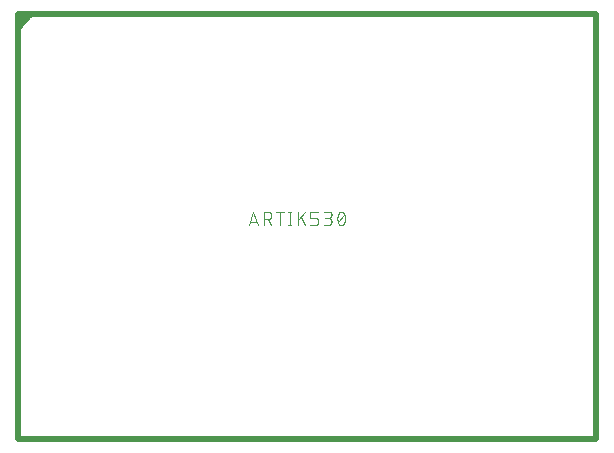
<source format=gto>
G04 EAGLE Gerber X2 export*
%TF.Part,Single*%
%TF.FileFunction,Other,Silk screen TOP*%
%TF.FilePolarity,Positive*%
%TF.GenerationSoftware,Autodesk,EAGLE,9.0.0*%
%TF.CreationDate,2018-09-12T04:39:06Z*%
G75*
%MOMM*%
%FSLAX34Y34*%
%LPD*%
%AMOC8*
5,1,8,0,0,1.08239X$1,22.5*%
G01*
%ADD10C,0.000000*%
%ADD11C,0.508000*%
%ADD12C,0.101600*%
%ADD13C,0.127000*%


D10*
X0Y0D02*
X490000Y0D01*
X490000Y360000D01*
X0Y360000D01*
X0Y0D01*
D11*
X490000Y0D01*
X490000Y360000D01*
X0Y360000D01*
X0Y0D01*
D12*
X195808Y181008D02*
X199703Y192692D01*
X203597Y181008D01*
X202624Y183929D02*
X196782Y183929D01*
X208342Y181008D02*
X208342Y192692D01*
X211587Y192692D01*
X211700Y192690D01*
X211813Y192684D01*
X211926Y192674D01*
X212039Y192660D01*
X212151Y192643D01*
X212262Y192621D01*
X212372Y192596D01*
X212482Y192566D01*
X212590Y192533D01*
X212697Y192496D01*
X212803Y192456D01*
X212907Y192411D01*
X213010Y192363D01*
X213111Y192312D01*
X213210Y192257D01*
X213307Y192199D01*
X213402Y192137D01*
X213495Y192072D01*
X213585Y192004D01*
X213673Y191933D01*
X213759Y191858D01*
X213842Y191781D01*
X213922Y191701D01*
X213999Y191618D01*
X214074Y191532D01*
X214145Y191444D01*
X214213Y191354D01*
X214278Y191261D01*
X214340Y191166D01*
X214398Y191069D01*
X214453Y190970D01*
X214504Y190869D01*
X214552Y190766D01*
X214597Y190662D01*
X214637Y190556D01*
X214674Y190449D01*
X214707Y190341D01*
X214737Y190231D01*
X214762Y190121D01*
X214784Y190010D01*
X214801Y189898D01*
X214815Y189785D01*
X214825Y189672D01*
X214831Y189559D01*
X214833Y189446D01*
X214831Y189333D01*
X214825Y189220D01*
X214815Y189107D01*
X214801Y188994D01*
X214784Y188882D01*
X214762Y188771D01*
X214737Y188661D01*
X214707Y188551D01*
X214674Y188443D01*
X214637Y188336D01*
X214597Y188230D01*
X214552Y188126D01*
X214504Y188023D01*
X214453Y187922D01*
X214398Y187823D01*
X214340Y187726D01*
X214278Y187631D01*
X214213Y187538D01*
X214145Y187448D01*
X214074Y187360D01*
X213999Y187274D01*
X213922Y187191D01*
X213842Y187111D01*
X213759Y187034D01*
X213673Y186959D01*
X213585Y186888D01*
X213495Y186820D01*
X213402Y186755D01*
X213307Y186693D01*
X213210Y186635D01*
X213111Y186580D01*
X213010Y186529D01*
X212907Y186481D01*
X212803Y186436D01*
X212697Y186396D01*
X212590Y186359D01*
X212482Y186326D01*
X212372Y186296D01*
X212262Y186271D01*
X212151Y186249D01*
X212039Y186232D01*
X211926Y186218D01*
X211813Y186208D01*
X211700Y186202D01*
X211587Y186200D01*
X211587Y186201D02*
X208342Y186201D01*
X212236Y186201D02*
X214833Y181008D01*
X222182Y181008D02*
X222182Y192692D01*
X225427Y192692D02*
X218936Y192692D01*
X230564Y192692D02*
X230564Y181008D01*
X231862Y181008D02*
X229265Y181008D01*
X229265Y192692D02*
X231862Y192692D01*
X237012Y192692D02*
X237012Y181008D01*
X237012Y185552D02*
X243503Y192692D01*
X239609Y188148D02*
X243503Y181008D01*
X247892Y181008D02*
X251787Y181008D01*
X251886Y181010D01*
X251986Y181016D01*
X252085Y181025D01*
X252183Y181038D01*
X252281Y181055D01*
X252379Y181076D01*
X252475Y181101D01*
X252570Y181129D01*
X252664Y181161D01*
X252757Y181196D01*
X252849Y181235D01*
X252939Y181278D01*
X253027Y181323D01*
X253114Y181373D01*
X253198Y181425D01*
X253281Y181481D01*
X253361Y181539D01*
X253439Y181601D01*
X253514Y181666D01*
X253587Y181734D01*
X253657Y181804D01*
X253725Y181877D01*
X253790Y181952D01*
X253852Y182030D01*
X253910Y182110D01*
X253966Y182193D01*
X254018Y182277D01*
X254068Y182364D01*
X254113Y182452D01*
X254156Y182542D01*
X254195Y182634D01*
X254230Y182727D01*
X254262Y182821D01*
X254290Y182916D01*
X254315Y183012D01*
X254336Y183110D01*
X254353Y183208D01*
X254366Y183306D01*
X254375Y183405D01*
X254381Y183505D01*
X254383Y183604D01*
X254383Y184903D01*
X254381Y185002D01*
X254375Y185102D01*
X254366Y185201D01*
X254353Y185299D01*
X254336Y185397D01*
X254315Y185495D01*
X254290Y185591D01*
X254262Y185686D01*
X254230Y185780D01*
X254195Y185873D01*
X254156Y185965D01*
X254113Y186055D01*
X254068Y186143D01*
X254018Y186230D01*
X253966Y186314D01*
X253910Y186397D01*
X253852Y186477D01*
X253790Y186555D01*
X253725Y186630D01*
X253657Y186703D01*
X253587Y186773D01*
X253514Y186841D01*
X253439Y186906D01*
X253361Y186968D01*
X253281Y187026D01*
X253198Y187082D01*
X253114Y187134D01*
X253027Y187184D01*
X252939Y187229D01*
X252849Y187272D01*
X252757Y187311D01*
X252664Y187346D01*
X252570Y187378D01*
X252475Y187406D01*
X252379Y187431D01*
X252281Y187452D01*
X252183Y187469D01*
X252085Y187482D01*
X251986Y187491D01*
X251886Y187497D01*
X251787Y187499D01*
X247892Y187499D01*
X247892Y192692D01*
X254383Y192692D01*
X259322Y181008D02*
X262568Y181008D01*
X262681Y181010D01*
X262794Y181016D01*
X262907Y181026D01*
X263020Y181040D01*
X263132Y181057D01*
X263243Y181079D01*
X263353Y181104D01*
X263463Y181134D01*
X263571Y181167D01*
X263678Y181204D01*
X263784Y181244D01*
X263888Y181289D01*
X263991Y181337D01*
X264092Y181388D01*
X264191Y181443D01*
X264288Y181501D01*
X264383Y181563D01*
X264476Y181628D01*
X264566Y181696D01*
X264654Y181767D01*
X264740Y181842D01*
X264823Y181919D01*
X264903Y181999D01*
X264980Y182082D01*
X265055Y182168D01*
X265126Y182256D01*
X265194Y182346D01*
X265259Y182439D01*
X265321Y182534D01*
X265379Y182631D01*
X265434Y182730D01*
X265485Y182831D01*
X265533Y182934D01*
X265578Y183038D01*
X265618Y183144D01*
X265655Y183251D01*
X265688Y183359D01*
X265718Y183469D01*
X265743Y183579D01*
X265765Y183690D01*
X265782Y183802D01*
X265796Y183915D01*
X265806Y184028D01*
X265812Y184141D01*
X265814Y184254D01*
X265812Y184367D01*
X265806Y184480D01*
X265796Y184593D01*
X265782Y184706D01*
X265765Y184818D01*
X265743Y184929D01*
X265718Y185039D01*
X265688Y185149D01*
X265655Y185257D01*
X265618Y185364D01*
X265578Y185470D01*
X265533Y185574D01*
X265485Y185677D01*
X265434Y185778D01*
X265379Y185877D01*
X265321Y185974D01*
X265259Y186069D01*
X265194Y186162D01*
X265126Y186252D01*
X265055Y186340D01*
X264980Y186426D01*
X264903Y186509D01*
X264823Y186589D01*
X264740Y186666D01*
X264654Y186741D01*
X264566Y186812D01*
X264476Y186880D01*
X264383Y186945D01*
X264288Y187007D01*
X264191Y187065D01*
X264092Y187120D01*
X263991Y187171D01*
X263888Y187219D01*
X263784Y187264D01*
X263678Y187304D01*
X263571Y187341D01*
X263463Y187374D01*
X263353Y187404D01*
X263243Y187429D01*
X263132Y187451D01*
X263020Y187468D01*
X262907Y187482D01*
X262794Y187492D01*
X262681Y187498D01*
X262568Y187500D01*
X263217Y192692D02*
X259322Y192692D01*
X263217Y192692D02*
X263318Y192690D01*
X263418Y192684D01*
X263518Y192674D01*
X263618Y192661D01*
X263717Y192643D01*
X263816Y192622D01*
X263913Y192597D01*
X264010Y192568D01*
X264105Y192535D01*
X264199Y192499D01*
X264291Y192459D01*
X264382Y192416D01*
X264471Y192369D01*
X264558Y192319D01*
X264644Y192265D01*
X264727Y192208D01*
X264807Y192148D01*
X264886Y192085D01*
X264962Y192018D01*
X265035Y191949D01*
X265105Y191877D01*
X265173Y191803D01*
X265238Y191726D01*
X265299Y191646D01*
X265358Y191564D01*
X265413Y191480D01*
X265465Y191394D01*
X265514Y191306D01*
X265559Y191216D01*
X265601Y191124D01*
X265639Y191031D01*
X265673Y190936D01*
X265704Y190841D01*
X265731Y190744D01*
X265754Y190646D01*
X265774Y190547D01*
X265789Y190447D01*
X265801Y190347D01*
X265809Y190247D01*
X265813Y190146D01*
X265813Y190046D01*
X265809Y189945D01*
X265801Y189845D01*
X265789Y189745D01*
X265774Y189645D01*
X265754Y189546D01*
X265731Y189448D01*
X265704Y189351D01*
X265673Y189256D01*
X265639Y189161D01*
X265601Y189068D01*
X265559Y188976D01*
X265514Y188886D01*
X265465Y188798D01*
X265413Y188712D01*
X265358Y188628D01*
X265299Y188546D01*
X265238Y188466D01*
X265173Y188389D01*
X265105Y188315D01*
X265035Y188243D01*
X264962Y188174D01*
X264886Y188107D01*
X264807Y188044D01*
X264727Y187984D01*
X264644Y187927D01*
X264558Y187873D01*
X264471Y187823D01*
X264382Y187776D01*
X264291Y187733D01*
X264199Y187693D01*
X264105Y187657D01*
X264010Y187624D01*
X263913Y187595D01*
X263816Y187570D01*
X263717Y187549D01*
X263618Y187531D01*
X263518Y187518D01*
X263418Y187508D01*
X263318Y187502D01*
X263217Y187500D01*
X263217Y187499D02*
X260620Y187499D01*
X270752Y186850D02*
X270755Y187080D01*
X270763Y187310D01*
X270777Y187539D01*
X270796Y187768D01*
X270821Y187997D01*
X270851Y188224D01*
X270886Y188452D01*
X270927Y188678D01*
X270973Y188903D01*
X271025Y189127D01*
X271082Y189349D01*
X271144Y189571D01*
X271212Y189790D01*
X271285Y190008D01*
X271363Y190225D01*
X271446Y190439D01*
X271534Y190651D01*
X271627Y190861D01*
X271726Y191069D01*
X271725Y191069D02*
X271758Y191159D01*
X271794Y191248D01*
X271834Y191336D01*
X271878Y191421D01*
X271925Y191505D01*
X271975Y191587D01*
X272029Y191667D01*
X272085Y191744D01*
X272145Y191820D01*
X272208Y191893D01*
X272273Y191963D01*
X272342Y192031D01*
X272413Y192095D01*
X272486Y192157D01*
X272562Y192216D01*
X272640Y192272D01*
X272721Y192325D01*
X272803Y192374D01*
X272887Y192420D01*
X272974Y192463D01*
X273061Y192502D01*
X273151Y192538D01*
X273241Y192570D01*
X273333Y192598D01*
X273426Y192623D01*
X273520Y192644D01*
X273614Y192661D01*
X273709Y192675D01*
X273805Y192684D01*
X273901Y192690D01*
X273997Y192692D01*
X274093Y192690D01*
X274189Y192684D01*
X274285Y192675D01*
X274380Y192661D01*
X274474Y192644D01*
X274568Y192623D01*
X274661Y192598D01*
X274753Y192570D01*
X274843Y192538D01*
X274933Y192502D01*
X275020Y192463D01*
X275107Y192420D01*
X275191Y192374D01*
X275273Y192325D01*
X275354Y192272D01*
X275432Y192216D01*
X275508Y192157D01*
X275581Y192095D01*
X275652Y192031D01*
X275721Y191963D01*
X275786Y191893D01*
X275849Y191820D01*
X275909Y191744D01*
X275965Y191667D01*
X276019Y191587D01*
X276069Y191505D01*
X276116Y191421D01*
X276160Y191336D01*
X276200Y191248D01*
X276236Y191159D01*
X276269Y191069D01*
X276270Y191069D02*
X276369Y190862D01*
X276462Y190652D01*
X276550Y190439D01*
X276633Y190225D01*
X276711Y190009D01*
X276784Y189791D01*
X276852Y189571D01*
X276914Y189350D01*
X276971Y189127D01*
X277023Y188903D01*
X277069Y188678D01*
X277110Y188452D01*
X277145Y188225D01*
X277175Y187997D01*
X277200Y187768D01*
X277219Y187539D01*
X277233Y187310D01*
X277241Y187080D01*
X277244Y186850D01*
X270752Y186850D02*
X270755Y186620D01*
X270763Y186390D01*
X270777Y186161D01*
X270796Y185932D01*
X270821Y185703D01*
X270851Y185475D01*
X270886Y185248D01*
X270927Y185022D01*
X270973Y184797D01*
X271025Y184573D01*
X271082Y184350D01*
X271144Y184129D01*
X271212Y183909D01*
X271285Y183691D01*
X271363Y183475D01*
X271446Y183261D01*
X271534Y183049D01*
X271627Y182838D01*
X271726Y182631D01*
X271725Y182631D02*
X271758Y182541D01*
X271794Y182452D01*
X271835Y182364D01*
X271878Y182279D01*
X271925Y182195D01*
X271975Y182113D01*
X272029Y182033D01*
X272085Y181956D01*
X272145Y181880D01*
X272208Y181807D01*
X272273Y181737D01*
X272342Y181669D01*
X272413Y181605D01*
X272486Y181543D01*
X272562Y181484D01*
X272640Y181428D01*
X272721Y181375D01*
X272803Y181326D01*
X272887Y181280D01*
X272974Y181237D01*
X273061Y181198D01*
X273151Y181162D01*
X273241Y181130D01*
X273333Y181102D01*
X273426Y181077D01*
X273520Y181056D01*
X273614Y181039D01*
X273709Y181025D01*
X273805Y181016D01*
X273901Y181010D01*
X273997Y181008D01*
X276269Y182631D02*
X276368Y182838D01*
X276461Y183049D01*
X276549Y183261D01*
X276632Y183475D01*
X276710Y183691D01*
X276783Y183909D01*
X276851Y184129D01*
X276913Y184350D01*
X276970Y184573D01*
X277022Y184797D01*
X277068Y185022D01*
X277109Y185248D01*
X277144Y185475D01*
X277174Y185703D01*
X277199Y185932D01*
X277218Y186161D01*
X277232Y186390D01*
X277240Y186620D01*
X277243Y186850D01*
X276269Y182631D02*
X276236Y182541D01*
X276200Y182452D01*
X276160Y182364D01*
X276116Y182279D01*
X276069Y182195D01*
X276019Y182113D01*
X275965Y182033D01*
X275909Y181956D01*
X275849Y181880D01*
X275786Y181807D01*
X275721Y181737D01*
X275652Y181669D01*
X275581Y181605D01*
X275508Y181543D01*
X275432Y181484D01*
X275354Y181428D01*
X275273Y181375D01*
X275191Y181326D01*
X275107Y181280D01*
X275020Y181237D01*
X274933Y181198D01*
X274843Y181162D01*
X274753Y181130D01*
X274661Y181102D01*
X274568Y181077D01*
X274474Y181056D01*
X274380Y181039D01*
X274285Y181025D01*
X274189Y181016D01*
X274093Y181010D01*
X273997Y181008D01*
X271401Y183604D02*
X276594Y190096D01*
D13*
X13576Y359969D02*
X244Y348422D01*
X13332Y359969D02*
X13576Y359969D01*
X11176Y359672D02*
X564Y350413D01*
X1016Y350187D02*
X11798Y359446D01*
X9426Y359222D02*
X564Y352108D01*
X170Y353802D02*
X8184Y359446D01*
X7734Y359222D02*
X564Y353350D01*
X170Y354818D02*
X6660Y359672D01*
X396Y356342D01*
X-56Y356342D02*
X4346Y359672D01*
X2258Y359222D02*
X564Y357584D01*
X396Y358656D02*
X1580Y359446D01*
X13152Y359616D02*
X904Y346746D01*
X508Y347195D02*
X3444Y350528D01*
X2144Y347988D02*
X282Y346123D01*
M02*

</source>
